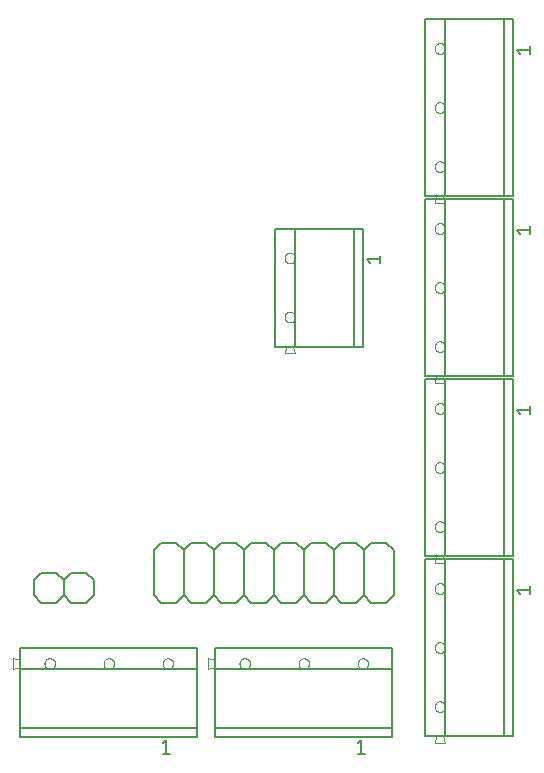
<source format=gto>
G75*
%MOIN*%
%OFA0B0*%
%FSLAX25Y25*%
%IPPOS*%
%LPD*%
%AMOC8*
5,1,8,0,0,1.08239X$1,22.5*
%
%ADD10C,0.00600*%
%ADD11C,0.00300*%
%ADD12C,0.00500*%
D10*
X0006472Y0008906D02*
X0006472Y0011819D01*
X0065528Y0011819D01*
X0065528Y0008906D01*
X0006472Y0008906D01*
X0006472Y0011819D02*
X0006472Y0031622D01*
X0065528Y0031622D01*
X0065528Y0011819D01*
X0071472Y0011819D02*
X0071472Y0008906D01*
X0130528Y0008906D01*
X0130528Y0011819D01*
X0071472Y0011819D01*
X0071472Y0031622D01*
X0130528Y0031622D01*
X0130528Y0011819D01*
X0141236Y0009142D02*
X0145193Y0009142D01*
X0147516Y0009142D01*
X0148047Y0009142D01*
X0148047Y0068197D01*
X0167850Y0068197D01*
X0167850Y0009142D01*
X0148047Y0009142D01*
X0141236Y0009142D02*
X0141236Y0068197D01*
X0148047Y0068197D01*
X0148047Y0069142D02*
X0148047Y0128197D01*
X0167850Y0128197D01*
X0167850Y0069142D01*
X0148047Y0069142D01*
X0147516Y0069142D01*
X0145193Y0069142D01*
X0141236Y0069142D01*
X0141236Y0128197D01*
X0148047Y0128197D01*
X0148047Y0129142D02*
X0148047Y0188197D01*
X0167850Y0188197D01*
X0167850Y0129142D01*
X0148047Y0129142D01*
X0147516Y0129142D01*
X0145193Y0129142D01*
X0141236Y0129142D01*
X0141236Y0188197D01*
X0148047Y0188197D01*
X0148047Y0189142D02*
X0148047Y0248197D01*
X0167850Y0248197D01*
X0167850Y0189142D01*
X0148047Y0189142D01*
X0147516Y0189142D01*
X0145193Y0189142D01*
X0141236Y0189142D01*
X0141236Y0248197D01*
X0148047Y0248197D01*
X0167850Y0248197D02*
X0170764Y0248197D01*
X0170764Y0189142D01*
X0167850Y0189142D01*
X0167850Y0188197D02*
X0170764Y0188197D01*
X0170764Y0129142D01*
X0167850Y0129142D01*
X0167850Y0128197D02*
X0170764Y0128197D01*
X0170764Y0069142D01*
X0167850Y0069142D01*
X0167850Y0068197D02*
X0170764Y0068197D01*
X0170764Y0009142D01*
X0167850Y0009142D01*
X0130528Y0031622D02*
X0130528Y0038433D01*
X0071472Y0038433D01*
X0071472Y0034476D01*
X0071472Y0032154D01*
X0071472Y0031622D01*
X0065528Y0031622D02*
X0065528Y0038433D01*
X0006472Y0038433D01*
X0006472Y0034476D01*
X0006472Y0032154D01*
X0006472Y0031622D01*
X0013500Y0053669D02*
X0018500Y0053669D01*
X0021000Y0056169D01*
X0023500Y0053669D01*
X0028500Y0053669D01*
X0031000Y0056169D01*
X0031000Y0061169D01*
X0028500Y0063669D01*
X0023500Y0063669D01*
X0021000Y0061169D01*
X0021000Y0056169D01*
X0021000Y0061169D02*
X0018500Y0063669D01*
X0013500Y0063669D01*
X0011000Y0061169D01*
X0011000Y0056169D01*
X0013500Y0053669D01*
X0051000Y0056169D02*
X0051000Y0071169D01*
X0053500Y0073669D01*
X0058500Y0073669D01*
X0061000Y0071169D01*
X0061000Y0056169D01*
X0063500Y0053669D01*
X0068500Y0053669D01*
X0071000Y0056169D01*
X0071000Y0071169D01*
X0073500Y0073669D01*
X0078500Y0073669D01*
X0081000Y0071169D01*
X0081000Y0056169D01*
X0083500Y0053669D01*
X0088500Y0053669D01*
X0091000Y0056169D01*
X0091000Y0071169D01*
X0093500Y0073669D01*
X0098500Y0073669D01*
X0101000Y0071169D01*
X0101000Y0056169D01*
X0103500Y0053669D01*
X0108500Y0053669D01*
X0111000Y0056169D01*
X0111000Y0071169D01*
X0113500Y0073669D01*
X0118500Y0073669D01*
X0121000Y0071169D01*
X0123500Y0073669D01*
X0128500Y0073669D01*
X0131000Y0071169D01*
X0131000Y0056169D01*
X0128500Y0053669D01*
X0123500Y0053669D01*
X0121000Y0056169D01*
X0121000Y0071169D01*
X0111000Y0071169D02*
X0108500Y0073669D01*
X0103500Y0073669D01*
X0101000Y0071169D01*
X0091000Y0071169D02*
X0088500Y0073669D01*
X0083500Y0073669D01*
X0081000Y0071169D01*
X0071000Y0071169D02*
X0068500Y0073669D01*
X0063500Y0073669D01*
X0061000Y0071169D01*
X0061000Y0056169D02*
X0058500Y0053669D01*
X0053500Y0053669D01*
X0051000Y0056169D01*
X0071000Y0056169D02*
X0073500Y0053669D01*
X0078500Y0053669D01*
X0081000Y0056169D01*
X0091000Y0056169D02*
X0093500Y0053669D01*
X0098500Y0053669D01*
X0101000Y0056169D01*
X0111000Y0056169D02*
X0113500Y0053669D01*
X0118500Y0053669D01*
X0121000Y0056169D01*
X0120764Y0138984D02*
X0117850Y0138984D01*
X0117850Y0178354D01*
X0120764Y0178354D01*
X0120764Y0138984D01*
X0117850Y0138984D02*
X0098047Y0138984D01*
X0098047Y0178354D01*
X0117850Y0178354D01*
X0098047Y0178354D02*
X0091236Y0178354D01*
X0091236Y0138984D01*
X0095193Y0138984D01*
X0097516Y0138984D01*
X0098047Y0138984D01*
D11*
X0097516Y0138984D02*
X0098126Y0136701D01*
X0094583Y0136701D01*
X0095193Y0138984D01*
X0094582Y0148827D02*
X0094584Y0148911D01*
X0094590Y0148994D01*
X0094600Y0149077D01*
X0094614Y0149160D01*
X0094631Y0149242D01*
X0094653Y0149323D01*
X0094678Y0149402D01*
X0094707Y0149481D01*
X0094740Y0149558D01*
X0094776Y0149633D01*
X0094816Y0149707D01*
X0094859Y0149779D01*
X0094906Y0149848D01*
X0094956Y0149915D01*
X0095009Y0149980D01*
X0095065Y0150042D01*
X0095123Y0150102D01*
X0095185Y0150159D01*
X0095249Y0150212D01*
X0095316Y0150263D01*
X0095385Y0150310D01*
X0095456Y0150355D01*
X0095529Y0150395D01*
X0095604Y0150432D01*
X0095681Y0150466D01*
X0095759Y0150496D01*
X0095838Y0150522D01*
X0095919Y0150545D01*
X0096001Y0150563D01*
X0096083Y0150578D01*
X0096166Y0150589D01*
X0096249Y0150596D01*
X0096333Y0150599D01*
X0096417Y0150598D01*
X0096500Y0150593D01*
X0096584Y0150584D01*
X0096666Y0150571D01*
X0096748Y0150555D01*
X0096829Y0150534D01*
X0096910Y0150510D01*
X0096988Y0150482D01*
X0097066Y0150450D01*
X0097142Y0150414D01*
X0097216Y0150375D01*
X0097288Y0150333D01*
X0097358Y0150287D01*
X0097426Y0150238D01*
X0097491Y0150186D01*
X0097554Y0150131D01*
X0097614Y0150073D01*
X0097672Y0150012D01*
X0097726Y0149948D01*
X0097778Y0149882D01*
X0097826Y0149814D01*
X0097871Y0149743D01*
X0097912Y0149670D01*
X0097951Y0149596D01*
X0097985Y0149520D01*
X0098016Y0149442D01*
X0098043Y0149363D01*
X0098067Y0149282D01*
X0098086Y0149201D01*
X0098102Y0149119D01*
X0098114Y0149036D01*
X0098122Y0148952D01*
X0098126Y0148869D01*
X0098126Y0148785D01*
X0098122Y0148702D01*
X0098114Y0148618D01*
X0098102Y0148535D01*
X0098086Y0148453D01*
X0098067Y0148372D01*
X0098043Y0148291D01*
X0098016Y0148212D01*
X0097985Y0148134D01*
X0097951Y0148058D01*
X0097912Y0147984D01*
X0097871Y0147911D01*
X0097826Y0147840D01*
X0097778Y0147772D01*
X0097726Y0147706D01*
X0097672Y0147642D01*
X0097614Y0147581D01*
X0097554Y0147523D01*
X0097491Y0147468D01*
X0097426Y0147416D01*
X0097358Y0147367D01*
X0097288Y0147321D01*
X0097216Y0147279D01*
X0097142Y0147240D01*
X0097066Y0147204D01*
X0096988Y0147172D01*
X0096910Y0147144D01*
X0096829Y0147120D01*
X0096748Y0147099D01*
X0096666Y0147083D01*
X0096584Y0147070D01*
X0096500Y0147061D01*
X0096417Y0147056D01*
X0096333Y0147055D01*
X0096249Y0147058D01*
X0096166Y0147065D01*
X0096083Y0147076D01*
X0096001Y0147091D01*
X0095919Y0147109D01*
X0095838Y0147132D01*
X0095759Y0147158D01*
X0095681Y0147188D01*
X0095604Y0147222D01*
X0095529Y0147259D01*
X0095456Y0147299D01*
X0095385Y0147344D01*
X0095316Y0147391D01*
X0095249Y0147442D01*
X0095185Y0147495D01*
X0095123Y0147552D01*
X0095065Y0147612D01*
X0095009Y0147674D01*
X0094956Y0147739D01*
X0094906Y0147806D01*
X0094859Y0147875D01*
X0094816Y0147947D01*
X0094776Y0148021D01*
X0094740Y0148096D01*
X0094707Y0148173D01*
X0094678Y0148252D01*
X0094653Y0148331D01*
X0094631Y0148412D01*
X0094614Y0148494D01*
X0094600Y0148577D01*
X0094590Y0148660D01*
X0094584Y0148743D01*
X0094582Y0148827D01*
X0094582Y0168512D02*
X0094584Y0168596D01*
X0094590Y0168679D01*
X0094600Y0168762D01*
X0094614Y0168845D01*
X0094631Y0168927D01*
X0094653Y0169008D01*
X0094678Y0169087D01*
X0094707Y0169166D01*
X0094740Y0169243D01*
X0094776Y0169318D01*
X0094816Y0169392D01*
X0094859Y0169464D01*
X0094906Y0169533D01*
X0094956Y0169600D01*
X0095009Y0169665D01*
X0095065Y0169727D01*
X0095123Y0169787D01*
X0095185Y0169844D01*
X0095249Y0169897D01*
X0095316Y0169948D01*
X0095385Y0169995D01*
X0095456Y0170040D01*
X0095529Y0170080D01*
X0095604Y0170117D01*
X0095681Y0170151D01*
X0095759Y0170181D01*
X0095838Y0170207D01*
X0095919Y0170230D01*
X0096001Y0170248D01*
X0096083Y0170263D01*
X0096166Y0170274D01*
X0096249Y0170281D01*
X0096333Y0170284D01*
X0096417Y0170283D01*
X0096500Y0170278D01*
X0096584Y0170269D01*
X0096666Y0170256D01*
X0096748Y0170240D01*
X0096829Y0170219D01*
X0096910Y0170195D01*
X0096988Y0170167D01*
X0097066Y0170135D01*
X0097142Y0170099D01*
X0097216Y0170060D01*
X0097288Y0170018D01*
X0097358Y0169972D01*
X0097426Y0169923D01*
X0097491Y0169871D01*
X0097554Y0169816D01*
X0097614Y0169758D01*
X0097672Y0169697D01*
X0097726Y0169633D01*
X0097778Y0169567D01*
X0097826Y0169499D01*
X0097871Y0169428D01*
X0097912Y0169355D01*
X0097951Y0169281D01*
X0097985Y0169205D01*
X0098016Y0169127D01*
X0098043Y0169048D01*
X0098067Y0168967D01*
X0098086Y0168886D01*
X0098102Y0168804D01*
X0098114Y0168721D01*
X0098122Y0168637D01*
X0098126Y0168554D01*
X0098126Y0168470D01*
X0098122Y0168387D01*
X0098114Y0168303D01*
X0098102Y0168220D01*
X0098086Y0168138D01*
X0098067Y0168057D01*
X0098043Y0167976D01*
X0098016Y0167897D01*
X0097985Y0167819D01*
X0097951Y0167743D01*
X0097912Y0167669D01*
X0097871Y0167596D01*
X0097826Y0167525D01*
X0097778Y0167457D01*
X0097726Y0167391D01*
X0097672Y0167327D01*
X0097614Y0167266D01*
X0097554Y0167208D01*
X0097491Y0167153D01*
X0097426Y0167101D01*
X0097358Y0167052D01*
X0097288Y0167006D01*
X0097216Y0166964D01*
X0097142Y0166925D01*
X0097066Y0166889D01*
X0096988Y0166857D01*
X0096910Y0166829D01*
X0096829Y0166805D01*
X0096748Y0166784D01*
X0096666Y0166768D01*
X0096584Y0166755D01*
X0096500Y0166746D01*
X0096417Y0166741D01*
X0096333Y0166740D01*
X0096249Y0166743D01*
X0096166Y0166750D01*
X0096083Y0166761D01*
X0096001Y0166776D01*
X0095919Y0166794D01*
X0095838Y0166817D01*
X0095759Y0166843D01*
X0095681Y0166873D01*
X0095604Y0166907D01*
X0095529Y0166944D01*
X0095456Y0166984D01*
X0095385Y0167029D01*
X0095316Y0167076D01*
X0095249Y0167127D01*
X0095185Y0167180D01*
X0095123Y0167237D01*
X0095065Y0167297D01*
X0095009Y0167359D01*
X0094956Y0167424D01*
X0094906Y0167491D01*
X0094859Y0167560D01*
X0094816Y0167632D01*
X0094776Y0167706D01*
X0094740Y0167781D01*
X0094707Y0167858D01*
X0094678Y0167937D01*
X0094653Y0168016D01*
X0094631Y0168097D01*
X0094614Y0168179D01*
X0094600Y0168262D01*
X0094590Y0168345D01*
X0094584Y0168428D01*
X0094582Y0168512D01*
X0144583Y0186858D02*
X0148126Y0186858D01*
X0147516Y0189142D01*
X0145193Y0189142D02*
X0144583Y0186858D01*
X0144582Y0178354D02*
X0144584Y0178438D01*
X0144590Y0178521D01*
X0144600Y0178604D01*
X0144614Y0178687D01*
X0144631Y0178769D01*
X0144653Y0178850D01*
X0144678Y0178929D01*
X0144707Y0179008D01*
X0144740Y0179085D01*
X0144776Y0179160D01*
X0144816Y0179234D01*
X0144859Y0179306D01*
X0144906Y0179375D01*
X0144956Y0179442D01*
X0145009Y0179507D01*
X0145065Y0179569D01*
X0145123Y0179629D01*
X0145185Y0179686D01*
X0145249Y0179739D01*
X0145316Y0179790D01*
X0145385Y0179837D01*
X0145456Y0179882D01*
X0145529Y0179922D01*
X0145604Y0179959D01*
X0145681Y0179993D01*
X0145759Y0180023D01*
X0145838Y0180049D01*
X0145919Y0180072D01*
X0146001Y0180090D01*
X0146083Y0180105D01*
X0146166Y0180116D01*
X0146249Y0180123D01*
X0146333Y0180126D01*
X0146417Y0180125D01*
X0146500Y0180120D01*
X0146584Y0180111D01*
X0146666Y0180098D01*
X0146748Y0180082D01*
X0146829Y0180061D01*
X0146910Y0180037D01*
X0146988Y0180009D01*
X0147066Y0179977D01*
X0147142Y0179941D01*
X0147216Y0179902D01*
X0147288Y0179860D01*
X0147358Y0179814D01*
X0147426Y0179765D01*
X0147491Y0179713D01*
X0147554Y0179658D01*
X0147614Y0179600D01*
X0147672Y0179539D01*
X0147726Y0179475D01*
X0147778Y0179409D01*
X0147826Y0179341D01*
X0147871Y0179270D01*
X0147912Y0179197D01*
X0147951Y0179123D01*
X0147985Y0179047D01*
X0148016Y0178969D01*
X0148043Y0178890D01*
X0148067Y0178809D01*
X0148086Y0178728D01*
X0148102Y0178646D01*
X0148114Y0178563D01*
X0148122Y0178479D01*
X0148126Y0178396D01*
X0148126Y0178312D01*
X0148122Y0178229D01*
X0148114Y0178145D01*
X0148102Y0178062D01*
X0148086Y0177980D01*
X0148067Y0177899D01*
X0148043Y0177818D01*
X0148016Y0177739D01*
X0147985Y0177661D01*
X0147951Y0177585D01*
X0147912Y0177511D01*
X0147871Y0177438D01*
X0147826Y0177367D01*
X0147778Y0177299D01*
X0147726Y0177233D01*
X0147672Y0177169D01*
X0147614Y0177108D01*
X0147554Y0177050D01*
X0147491Y0176995D01*
X0147426Y0176943D01*
X0147358Y0176894D01*
X0147288Y0176848D01*
X0147216Y0176806D01*
X0147142Y0176767D01*
X0147066Y0176731D01*
X0146988Y0176699D01*
X0146910Y0176671D01*
X0146829Y0176647D01*
X0146748Y0176626D01*
X0146666Y0176610D01*
X0146584Y0176597D01*
X0146500Y0176588D01*
X0146417Y0176583D01*
X0146333Y0176582D01*
X0146249Y0176585D01*
X0146166Y0176592D01*
X0146083Y0176603D01*
X0146001Y0176618D01*
X0145919Y0176636D01*
X0145838Y0176659D01*
X0145759Y0176685D01*
X0145681Y0176715D01*
X0145604Y0176749D01*
X0145529Y0176786D01*
X0145456Y0176826D01*
X0145385Y0176871D01*
X0145316Y0176918D01*
X0145249Y0176969D01*
X0145185Y0177022D01*
X0145123Y0177079D01*
X0145065Y0177139D01*
X0145009Y0177201D01*
X0144956Y0177266D01*
X0144906Y0177333D01*
X0144859Y0177402D01*
X0144816Y0177474D01*
X0144776Y0177548D01*
X0144740Y0177623D01*
X0144707Y0177700D01*
X0144678Y0177779D01*
X0144653Y0177858D01*
X0144631Y0177939D01*
X0144614Y0178021D01*
X0144600Y0178104D01*
X0144590Y0178187D01*
X0144584Y0178270D01*
X0144582Y0178354D01*
X0144582Y0158669D02*
X0144584Y0158753D01*
X0144590Y0158836D01*
X0144600Y0158919D01*
X0144614Y0159002D01*
X0144631Y0159084D01*
X0144653Y0159165D01*
X0144678Y0159244D01*
X0144707Y0159323D01*
X0144740Y0159400D01*
X0144776Y0159475D01*
X0144816Y0159549D01*
X0144859Y0159621D01*
X0144906Y0159690D01*
X0144956Y0159757D01*
X0145009Y0159822D01*
X0145065Y0159884D01*
X0145123Y0159944D01*
X0145185Y0160001D01*
X0145249Y0160054D01*
X0145316Y0160105D01*
X0145385Y0160152D01*
X0145456Y0160197D01*
X0145529Y0160237D01*
X0145604Y0160274D01*
X0145681Y0160308D01*
X0145759Y0160338D01*
X0145838Y0160364D01*
X0145919Y0160387D01*
X0146001Y0160405D01*
X0146083Y0160420D01*
X0146166Y0160431D01*
X0146249Y0160438D01*
X0146333Y0160441D01*
X0146417Y0160440D01*
X0146500Y0160435D01*
X0146584Y0160426D01*
X0146666Y0160413D01*
X0146748Y0160397D01*
X0146829Y0160376D01*
X0146910Y0160352D01*
X0146988Y0160324D01*
X0147066Y0160292D01*
X0147142Y0160256D01*
X0147216Y0160217D01*
X0147288Y0160175D01*
X0147358Y0160129D01*
X0147426Y0160080D01*
X0147491Y0160028D01*
X0147554Y0159973D01*
X0147614Y0159915D01*
X0147672Y0159854D01*
X0147726Y0159790D01*
X0147778Y0159724D01*
X0147826Y0159656D01*
X0147871Y0159585D01*
X0147912Y0159512D01*
X0147951Y0159438D01*
X0147985Y0159362D01*
X0148016Y0159284D01*
X0148043Y0159205D01*
X0148067Y0159124D01*
X0148086Y0159043D01*
X0148102Y0158961D01*
X0148114Y0158878D01*
X0148122Y0158794D01*
X0148126Y0158711D01*
X0148126Y0158627D01*
X0148122Y0158544D01*
X0148114Y0158460D01*
X0148102Y0158377D01*
X0148086Y0158295D01*
X0148067Y0158214D01*
X0148043Y0158133D01*
X0148016Y0158054D01*
X0147985Y0157976D01*
X0147951Y0157900D01*
X0147912Y0157826D01*
X0147871Y0157753D01*
X0147826Y0157682D01*
X0147778Y0157614D01*
X0147726Y0157548D01*
X0147672Y0157484D01*
X0147614Y0157423D01*
X0147554Y0157365D01*
X0147491Y0157310D01*
X0147426Y0157258D01*
X0147358Y0157209D01*
X0147288Y0157163D01*
X0147216Y0157121D01*
X0147142Y0157082D01*
X0147066Y0157046D01*
X0146988Y0157014D01*
X0146910Y0156986D01*
X0146829Y0156962D01*
X0146748Y0156941D01*
X0146666Y0156925D01*
X0146584Y0156912D01*
X0146500Y0156903D01*
X0146417Y0156898D01*
X0146333Y0156897D01*
X0146249Y0156900D01*
X0146166Y0156907D01*
X0146083Y0156918D01*
X0146001Y0156933D01*
X0145919Y0156951D01*
X0145838Y0156974D01*
X0145759Y0157000D01*
X0145681Y0157030D01*
X0145604Y0157064D01*
X0145529Y0157101D01*
X0145456Y0157141D01*
X0145385Y0157186D01*
X0145316Y0157233D01*
X0145249Y0157284D01*
X0145185Y0157337D01*
X0145123Y0157394D01*
X0145065Y0157454D01*
X0145009Y0157516D01*
X0144956Y0157581D01*
X0144906Y0157648D01*
X0144859Y0157717D01*
X0144816Y0157789D01*
X0144776Y0157863D01*
X0144740Y0157938D01*
X0144707Y0158015D01*
X0144678Y0158094D01*
X0144653Y0158173D01*
X0144631Y0158254D01*
X0144614Y0158336D01*
X0144600Y0158419D01*
X0144590Y0158502D01*
X0144584Y0158585D01*
X0144582Y0158669D01*
X0144582Y0138984D02*
X0144584Y0139068D01*
X0144590Y0139151D01*
X0144600Y0139234D01*
X0144614Y0139317D01*
X0144631Y0139399D01*
X0144653Y0139480D01*
X0144678Y0139559D01*
X0144707Y0139638D01*
X0144740Y0139715D01*
X0144776Y0139790D01*
X0144816Y0139864D01*
X0144859Y0139936D01*
X0144906Y0140005D01*
X0144956Y0140072D01*
X0145009Y0140137D01*
X0145065Y0140199D01*
X0145123Y0140259D01*
X0145185Y0140316D01*
X0145249Y0140369D01*
X0145316Y0140420D01*
X0145385Y0140467D01*
X0145456Y0140512D01*
X0145529Y0140552D01*
X0145604Y0140589D01*
X0145681Y0140623D01*
X0145759Y0140653D01*
X0145838Y0140679D01*
X0145919Y0140702D01*
X0146001Y0140720D01*
X0146083Y0140735D01*
X0146166Y0140746D01*
X0146249Y0140753D01*
X0146333Y0140756D01*
X0146417Y0140755D01*
X0146500Y0140750D01*
X0146584Y0140741D01*
X0146666Y0140728D01*
X0146748Y0140712D01*
X0146829Y0140691D01*
X0146910Y0140667D01*
X0146988Y0140639D01*
X0147066Y0140607D01*
X0147142Y0140571D01*
X0147216Y0140532D01*
X0147288Y0140490D01*
X0147358Y0140444D01*
X0147426Y0140395D01*
X0147491Y0140343D01*
X0147554Y0140288D01*
X0147614Y0140230D01*
X0147672Y0140169D01*
X0147726Y0140105D01*
X0147778Y0140039D01*
X0147826Y0139971D01*
X0147871Y0139900D01*
X0147912Y0139827D01*
X0147951Y0139753D01*
X0147985Y0139677D01*
X0148016Y0139599D01*
X0148043Y0139520D01*
X0148067Y0139439D01*
X0148086Y0139358D01*
X0148102Y0139276D01*
X0148114Y0139193D01*
X0148122Y0139109D01*
X0148126Y0139026D01*
X0148126Y0138942D01*
X0148122Y0138859D01*
X0148114Y0138775D01*
X0148102Y0138692D01*
X0148086Y0138610D01*
X0148067Y0138529D01*
X0148043Y0138448D01*
X0148016Y0138369D01*
X0147985Y0138291D01*
X0147951Y0138215D01*
X0147912Y0138141D01*
X0147871Y0138068D01*
X0147826Y0137997D01*
X0147778Y0137929D01*
X0147726Y0137863D01*
X0147672Y0137799D01*
X0147614Y0137738D01*
X0147554Y0137680D01*
X0147491Y0137625D01*
X0147426Y0137573D01*
X0147358Y0137524D01*
X0147288Y0137478D01*
X0147216Y0137436D01*
X0147142Y0137397D01*
X0147066Y0137361D01*
X0146988Y0137329D01*
X0146910Y0137301D01*
X0146829Y0137277D01*
X0146748Y0137256D01*
X0146666Y0137240D01*
X0146584Y0137227D01*
X0146500Y0137218D01*
X0146417Y0137213D01*
X0146333Y0137212D01*
X0146249Y0137215D01*
X0146166Y0137222D01*
X0146083Y0137233D01*
X0146001Y0137248D01*
X0145919Y0137266D01*
X0145838Y0137289D01*
X0145759Y0137315D01*
X0145681Y0137345D01*
X0145604Y0137379D01*
X0145529Y0137416D01*
X0145456Y0137456D01*
X0145385Y0137501D01*
X0145316Y0137548D01*
X0145249Y0137599D01*
X0145185Y0137652D01*
X0145123Y0137709D01*
X0145065Y0137769D01*
X0145009Y0137831D01*
X0144956Y0137896D01*
X0144906Y0137963D01*
X0144859Y0138032D01*
X0144816Y0138104D01*
X0144776Y0138178D01*
X0144740Y0138253D01*
X0144707Y0138330D01*
X0144678Y0138409D01*
X0144653Y0138488D01*
X0144631Y0138569D01*
X0144614Y0138651D01*
X0144600Y0138734D01*
X0144590Y0138817D01*
X0144584Y0138900D01*
X0144582Y0138984D01*
X0145193Y0129142D02*
X0144583Y0126858D01*
X0148126Y0126858D01*
X0147516Y0129142D01*
X0144582Y0118354D02*
X0144584Y0118438D01*
X0144590Y0118521D01*
X0144600Y0118604D01*
X0144614Y0118687D01*
X0144631Y0118769D01*
X0144653Y0118850D01*
X0144678Y0118929D01*
X0144707Y0119008D01*
X0144740Y0119085D01*
X0144776Y0119160D01*
X0144816Y0119234D01*
X0144859Y0119306D01*
X0144906Y0119375D01*
X0144956Y0119442D01*
X0145009Y0119507D01*
X0145065Y0119569D01*
X0145123Y0119629D01*
X0145185Y0119686D01*
X0145249Y0119739D01*
X0145316Y0119790D01*
X0145385Y0119837D01*
X0145456Y0119882D01*
X0145529Y0119922D01*
X0145604Y0119959D01*
X0145681Y0119993D01*
X0145759Y0120023D01*
X0145838Y0120049D01*
X0145919Y0120072D01*
X0146001Y0120090D01*
X0146083Y0120105D01*
X0146166Y0120116D01*
X0146249Y0120123D01*
X0146333Y0120126D01*
X0146417Y0120125D01*
X0146500Y0120120D01*
X0146584Y0120111D01*
X0146666Y0120098D01*
X0146748Y0120082D01*
X0146829Y0120061D01*
X0146910Y0120037D01*
X0146988Y0120009D01*
X0147066Y0119977D01*
X0147142Y0119941D01*
X0147216Y0119902D01*
X0147288Y0119860D01*
X0147358Y0119814D01*
X0147426Y0119765D01*
X0147491Y0119713D01*
X0147554Y0119658D01*
X0147614Y0119600D01*
X0147672Y0119539D01*
X0147726Y0119475D01*
X0147778Y0119409D01*
X0147826Y0119341D01*
X0147871Y0119270D01*
X0147912Y0119197D01*
X0147951Y0119123D01*
X0147985Y0119047D01*
X0148016Y0118969D01*
X0148043Y0118890D01*
X0148067Y0118809D01*
X0148086Y0118728D01*
X0148102Y0118646D01*
X0148114Y0118563D01*
X0148122Y0118479D01*
X0148126Y0118396D01*
X0148126Y0118312D01*
X0148122Y0118229D01*
X0148114Y0118145D01*
X0148102Y0118062D01*
X0148086Y0117980D01*
X0148067Y0117899D01*
X0148043Y0117818D01*
X0148016Y0117739D01*
X0147985Y0117661D01*
X0147951Y0117585D01*
X0147912Y0117511D01*
X0147871Y0117438D01*
X0147826Y0117367D01*
X0147778Y0117299D01*
X0147726Y0117233D01*
X0147672Y0117169D01*
X0147614Y0117108D01*
X0147554Y0117050D01*
X0147491Y0116995D01*
X0147426Y0116943D01*
X0147358Y0116894D01*
X0147288Y0116848D01*
X0147216Y0116806D01*
X0147142Y0116767D01*
X0147066Y0116731D01*
X0146988Y0116699D01*
X0146910Y0116671D01*
X0146829Y0116647D01*
X0146748Y0116626D01*
X0146666Y0116610D01*
X0146584Y0116597D01*
X0146500Y0116588D01*
X0146417Y0116583D01*
X0146333Y0116582D01*
X0146249Y0116585D01*
X0146166Y0116592D01*
X0146083Y0116603D01*
X0146001Y0116618D01*
X0145919Y0116636D01*
X0145838Y0116659D01*
X0145759Y0116685D01*
X0145681Y0116715D01*
X0145604Y0116749D01*
X0145529Y0116786D01*
X0145456Y0116826D01*
X0145385Y0116871D01*
X0145316Y0116918D01*
X0145249Y0116969D01*
X0145185Y0117022D01*
X0145123Y0117079D01*
X0145065Y0117139D01*
X0145009Y0117201D01*
X0144956Y0117266D01*
X0144906Y0117333D01*
X0144859Y0117402D01*
X0144816Y0117474D01*
X0144776Y0117548D01*
X0144740Y0117623D01*
X0144707Y0117700D01*
X0144678Y0117779D01*
X0144653Y0117858D01*
X0144631Y0117939D01*
X0144614Y0118021D01*
X0144600Y0118104D01*
X0144590Y0118187D01*
X0144584Y0118270D01*
X0144582Y0118354D01*
X0144582Y0098669D02*
X0144584Y0098753D01*
X0144590Y0098836D01*
X0144600Y0098919D01*
X0144614Y0099002D01*
X0144631Y0099084D01*
X0144653Y0099165D01*
X0144678Y0099244D01*
X0144707Y0099323D01*
X0144740Y0099400D01*
X0144776Y0099475D01*
X0144816Y0099549D01*
X0144859Y0099621D01*
X0144906Y0099690D01*
X0144956Y0099757D01*
X0145009Y0099822D01*
X0145065Y0099884D01*
X0145123Y0099944D01*
X0145185Y0100001D01*
X0145249Y0100054D01*
X0145316Y0100105D01*
X0145385Y0100152D01*
X0145456Y0100197D01*
X0145529Y0100237D01*
X0145604Y0100274D01*
X0145681Y0100308D01*
X0145759Y0100338D01*
X0145838Y0100364D01*
X0145919Y0100387D01*
X0146001Y0100405D01*
X0146083Y0100420D01*
X0146166Y0100431D01*
X0146249Y0100438D01*
X0146333Y0100441D01*
X0146417Y0100440D01*
X0146500Y0100435D01*
X0146584Y0100426D01*
X0146666Y0100413D01*
X0146748Y0100397D01*
X0146829Y0100376D01*
X0146910Y0100352D01*
X0146988Y0100324D01*
X0147066Y0100292D01*
X0147142Y0100256D01*
X0147216Y0100217D01*
X0147288Y0100175D01*
X0147358Y0100129D01*
X0147426Y0100080D01*
X0147491Y0100028D01*
X0147554Y0099973D01*
X0147614Y0099915D01*
X0147672Y0099854D01*
X0147726Y0099790D01*
X0147778Y0099724D01*
X0147826Y0099656D01*
X0147871Y0099585D01*
X0147912Y0099512D01*
X0147951Y0099438D01*
X0147985Y0099362D01*
X0148016Y0099284D01*
X0148043Y0099205D01*
X0148067Y0099124D01*
X0148086Y0099043D01*
X0148102Y0098961D01*
X0148114Y0098878D01*
X0148122Y0098794D01*
X0148126Y0098711D01*
X0148126Y0098627D01*
X0148122Y0098544D01*
X0148114Y0098460D01*
X0148102Y0098377D01*
X0148086Y0098295D01*
X0148067Y0098214D01*
X0148043Y0098133D01*
X0148016Y0098054D01*
X0147985Y0097976D01*
X0147951Y0097900D01*
X0147912Y0097826D01*
X0147871Y0097753D01*
X0147826Y0097682D01*
X0147778Y0097614D01*
X0147726Y0097548D01*
X0147672Y0097484D01*
X0147614Y0097423D01*
X0147554Y0097365D01*
X0147491Y0097310D01*
X0147426Y0097258D01*
X0147358Y0097209D01*
X0147288Y0097163D01*
X0147216Y0097121D01*
X0147142Y0097082D01*
X0147066Y0097046D01*
X0146988Y0097014D01*
X0146910Y0096986D01*
X0146829Y0096962D01*
X0146748Y0096941D01*
X0146666Y0096925D01*
X0146584Y0096912D01*
X0146500Y0096903D01*
X0146417Y0096898D01*
X0146333Y0096897D01*
X0146249Y0096900D01*
X0146166Y0096907D01*
X0146083Y0096918D01*
X0146001Y0096933D01*
X0145919Y0096951D01*
X0145838Y0096974D01*
X0145759Y0097000D01*
X0145681Y0097030D01*
X0145604Y0097064D01*
X0145529Y0097101D01*
X0145456Y0097141D01*
X0145385Y0097186D01*
X0145316Y0097233D01*
X0145249Y0097284D01*
X0145185Y0097337D01*
X0145123Y0097394D01*
X0145065Y0097454D01*
X0145009Y0097516D01*
X0144956Y0097581D01*
X0144906Y0097648D01*
X0144859Y0097717D01*
X0144816Y0097789D01*
X0144776Y0097863D01*
X0144740Y0097938D01*
X0144707Y0098015D01*
X0144678Y0098094D01*
X0144653Y0098173D01*
X0144631Y0098254D01*
X0144614Y0098336D01*
X0144600Y0098419D01*
X0144590Y0098502D01*
X0144584Y0098585D01*
X0144582Y0098669D01*
X0144582Y0078984D02*
X0144584Y0079068D01*
X0144590Y0079151D01*
X0144600Y0079234D01*
X0144614Y0079317D01*
X0144631Y0079399D01*
X0144653Y0079480D01*
X0144678Y0079559D01*
X0144707Y0079638D01*
X0144740Y0079715D01*
X0144776Y0079790D01*
X0144816Y0079864D01*
X0144859Y0079936D01*
X0144906Y0080005D01*
X0144956Y0080072D01*
X0145009Y0080137D01*
X0145065Y0080199D01*
X0145123Y0080259D01*
X0145185Y0080316D01*
X0145249Y0080369D01*
X0145316Y0080420D01*
X0145385Y0080467D01*
X0145456Y0080512D01*
X0145529Y0080552D01*
X0145604Y0080589D01*
X0145681Y0080623D01*
X0145759Y0080653D01*
X0145838Y0080679D01*
X0145919Y0080702D01*
X0146001Y0080720D01*
X0146083Y0080735D01*
X0146166Y0080746D01*
X0146249Y0080753D01*
X0146333Y0080756D01*
X0146417Y0080755D01*
X0146500Y0080750D01*
X0146584Y0080741D01*
X0146666Y0080728D01*
X0146748Y0080712D01*
X0146829Y0080691D01*
X0146910Y0080667D01*
X0146988Y0080639D01*
X0147066Y0080607D01*
X0147142Y0080571D01*
X0147216Y0080532D01*
X0147288Y0080490D01*
X0147358Y0080444D01*
X0147426Y0080395D01*
X0147491Y0080343D01*
X0147554Y0080288D01*
X0147614Y0080230D01*
X0147672Y0080169D01*
X0147726Y0080105D01*
X0147778Y0080039D01*
X0147826Y0079971D01*
X0147871Y0079900D01*
X0147912Y0079827D01*
X0147951Y0079753D01*
X0147985Y0079677D01*
X0148016Y0079599D01*
X0148043Y0079520D01*
X0148067Y0079439D01*
X0148086Y0079358D01*
X0148102Y0079276D01*
X0148114Y0079193D01*
X0148122Y0079109D01*
X0148126Y0079026D01*
X0148126Y0078942D01*
X0148122Y0078859D01*
X0148114Y0078775D01*
X0148102Y0078692D01*
X0148086Y0078610D01*
X0148067Y0078529D01*
X0148043Y0078448D01*
X0148016Y0078369D01*
X0147985Y0078291D01*
X0147951Y0078215D01*
X0147912Y0078141D01*
X0147871Y0078068D01*
X0147826Y0077997D01*
X0147778Y0077929D01*
X0147726Y0077863D01*
X0147672Y0077799D01*
X0147614Y0077738D01*
X0147554Y0077680D01*
X0147491Y0077625D01*
X0147426Y0077573D01*
X0147358Y0077524D01*
X0147288Y0077478D01*
X0147216Y0077436D01*
X0147142Y0077397D01*
X0147066Y0077361D01*
X0146988Y0077329D01*
X0146910Y0077301D01*
X0146829Y0077277D01*
X0146748Y0077256D01*
X0146666Y0077240D01*
X0146584Y0077227D01*
X0146500Y0077218D01*
X0146417Y0077213D01*
X0146333Y0077212D01*
X0146249Y0077215D01*
X0146166Y0077222D01*
X0146083Y0077233D01*
X0146001Y0077248D01*
X0145919Y0077266D01*
X0145838Y0077289D01*
X0145759Y0077315D01*
X0145681Y0077345D01*
X0145604Y0077379D01*
X0145529Y0077416D01*
X0145456Y0077456D01*
X0145385Y0077501D01*
X0145316Y0077548D01*
X0145249Y0077599D01*
X0145185Y0077652D01*
X0145123Y0077709D01*
X0145065Y0077769D01*
X0145009Y0077831D01*
X0144956Y0077896D01*
X0144906Y0077963D01*
X0144859Y0078032D01*
X0144816Y0078104D01*
X0144776Y0078178D01*
X0144740Y0078253D01*
X0144707Y0078330D01*
X0144678Y0078409D01*
X0144653Y0078488D01*
X0144631Y0078569D01*
X0144614Y0078651D01*
X0144600Y0078734D01*
X0144590Y0078817D01*
X0144584Y0078900D01*
X0144582Y0078984D01*
X0145193Y0069142D02*
X0144583Y0066858D01*
X0148126Y0066858D01*
X0147516Y0069142D01*
X0144582Y0058354D02*
X0144584Y0058438D01*
X0144590Y0058521D01*
X0144600Y0058604D01*
X0144614Y0058687D01*
X0144631Y0058769D01*
X0144653Y0058850D01*
X0144678Y0058929D01*
X0144707Y0059008D01*
X0144740Y0059085D01*
X0144776Y0059160D01*
X0144816Y0059234D01*
X0144859Y0059306D01*
X0144906Y0059375D01*
X0144956Y0059442D01*
X0145009Y0059507D01*
X0145065Y0059569D01*
X0145123Y0059629D01*
X0145185Y0059686D01*
X0145249Y0059739D01*
X0145316Y0059790D01*
X0145385Y0059837D01*
X0145456Y0059882D01*
X0145529Y0059922D01*
X0145604Y0059959D01*
X0145681Y0059993D01*
X0145759Y0060023D01*
X0145838Y0060049D01*
X0145919Y0060072D01*
X0146001Y0060090D01*
X0146083Y0060105D01*
X0146166Y0060116D01*
X0146249Y0060123D01*
X0146333Y0060126D01*
X0146417Y0060125D01*
X0146500Y0060120D01*
X0146584Y0060111D01*
X0146666Y0060098D01*
X0146748Y0060082D01*
X0146829Y0060061D01*
X0146910Y0060037D01*
X0146988Y0060009D01*
X0147066Y0059977D01*
X0147142Y0059941D01*
X0147216Y0059902D01*
X0147288Y0059860D01*
X0147358Y0059814D01*
X0147426Y0059765D01*
X0147491Y0059713D01*
X0147554Y0059658D01*
X0147614Y0059600D01*
X0147672Y0059539D01*
X0147726Y0059475D01*
X0147778Y0059409D01*
X0147826Y0059341D01*
X0147871Y0059270D01*
X0147912Y0059197D01*
X0147951Y0059123D01*
X0147985Y0059047D01*
X0148016Y0058969D01*
X0148043Y0058890D01*
X0148067Y0058809D01*
X0148086Y0058728D01*
X0148102Y0058646D01*
X0148114Y0058563D01*
X0148122Y0058479D01*
X0148126Y0058396D01*
X0148126Y0058312D01*
X0148122Y0058229D01*
X0148114Y0058145D01*
X0148102Y0058062D01*
X0148086Y0057980D01*
X0148067Y0057899D01*
X0148043Y0057818D01*
X0148016Y0057739D01*
X0147985Y0057661D01*
X0147951Y0057585D01*
X0147912Y0057511D01*
X0147871Y0057438D01*
X0147826Y0057367D01*
X0147778Y0057299D01*
X0147726Y0057233D01*
X0147672Y0057169D01*
X0147614Y0057108D01*
X0147554Y0057050D01*
X0147491Y0056995D01*
X0147426Y0056943D01*
X0147358Y0056894D01*
X0147288Y0056848D01*
X0147216Y0056806D01*
X0147142Y0056767D01*
X0147066Y0056731D01*
X0146988Y0056699D01*
X0146910Y0056671D01*
X0146829Y0056647D01*
X0146748Y0056626D01*
X0146666Y0056610D01*
X0146584Y0056597D01*
X0146500Y0056588D01*
X0146417Y0056583D01*
X0146333Y0056582D01*
X0146249Y0056585D01*
X0146166Y0056592D01*
X0146083Y0056603D01*
X0146001Y0056618D01*
X0145919Y0056636D01*
X0145838Y0056659D01*
X0145759Y0056685D01*
X0145681Y0056715D01*
X0145604Y0056749D01*
X0145529Y0056786D01*
X0145456Y0056826D01*
X0145385Y0056871D01*
X0145316Y0056918D01*
X0145249Y0056969D01*
X0145185Y0057022D01*
X0145123Y0057079D01*
X0145065Y0057139D01*
X0145009Y0057201D01*
X0144956Y0057266D01*
X0144906Y0057333D01*
X0144859Y0057402D01*
X0144816Y0057474D01*
X0144776Y0057548D01*
X0144740Y0057623D01*
X0144707Y0057700D01*
X0144678Y0057779D01*
X0144653Y0057858D01*
X0144631Y0057939D01*
X0144614Y0058021D01*
X0144600Y0058104D01*
X0144590Y0058187D01*
X0144584Y0058270D01*
X0144582Y0058354D01*
X0144582Y0038669D02*
X0144584Y0038753D01*
X0144590Y0038836D01*
X0144600Y0038919D01*
X0144614Y0039002D01*
X0144631Y0039084D01*
X0144653Y0039165D01*
X0144678Y0039244D01*
X0144707Y0039323D01*
X0144740Y0039400D01*
X0144776Y0039475D01*
X0144816Y0039549D01*
X0144859Y0039621D01*
X0144906Y0039690D01*
X0144956Y0039757D01*
X0145009Y0039822D01*
X0145065Y0039884D01*
X0145123Y0039944D01*
X0145185Y0040001D01*
X0145249Y0040054D01*
X0145316Y0040105D01*
X0145385Y0040152D01*
X0145456Y0040197D01*
X0145529Y0040237D01*
X0145604Y0040274D01*
X0145681Y0040308D01*
X0145759Y0040338D01*
X0145838Y0040364D01*
X0145919Y0040387D01*
X0146001Y0040405D01*
X0146083Y0040420D01*
X0146166Y0040431D01*
X0146249Y0040438D01*
X0146333Y0040441D01*
X0146417Y0040440D01*
X0146500Y0040435D01*
X0146584Y0040426D01*
X0146666Y0040413D01*
X0146748Y0040397D01*
X0146829Y0040376D01*
X0146910Y0040352D01*
X0146988Y0040324D01*
X0147066Y0040292D01*
X0147142Y0040256D01*
X0147216Y0040217D01*
X0147288Y0040175D01*
X0147358Y0040129D01*
X0147426Y0040080D01*
X0147491Y0040028D01*
X0147554Y0039973D01*
X0147614Y0039915D01*
X0147672Y0039854D01*
X0147726Y0039790D01*
X0147778Y0039724D01*
X0147826Y0039656D01*
X0147871Y0039585D01*
X0147912Y0039512D01*
X0147951Y0039438D01*
X0147985Y0039362D01*
X0148016Y0039284D01*
X0148043Y0039205D01*
X0148067Y0039124D01*
X0148086Y0039043D01*
X0148102Y0038961D01*
X0148114Y0038878D01*
X0148122Y0038794D01*
X0148126Y0038711D01*
X0148126Y0038627D01*
X0148122Y0038544D01*
X0148114Y0038460D01*
X0148102Y0038377D01*
X0148086Y0038295D01*
X0148067Y0038214D01*
X0148043Y0038133D01*
X0148016Y0038054D01*
X0147985Y0037976D01*
X0147951Y0037900D01*
X0147912Y0037826D01*
X0147871Y0037753D01*
X0147826Y0037682D01*
X0147778Y0037614D01*
X0147726Y0037548D01*
X0147672Y0037484D01*
X0147614Y0037423D01*
X0147554Y0037365D01*
X0147491Y0037310D01*
X0147426Y0037258D01*
X0147358Y0037209D01*
X0147288Y0037163D01*
X0147216Y0037121D01*
X0147142Y0037082D01*
X0147066Y0037046D01*
X0146988Y0037014D01*
X0146910Y0036986D01*
X0146829Y0036962D01*
X0146748Y0036941D01*
X0146666Y0036925D01*
X0146584Y0036912D01*
X0146500Y0036903D01*
X0146417Y0036898D01*
X0146333Y0036897D01*
X0146249Y0036900D01*
X0146166Y0036907D01*
X0146083Y0036918D01*
X0146001Y0036933D01*
X0145919Y0036951D01*
X0145838Y0036974D01*
X0145759Y0037000D01*
X0145681Y0037030D01*
X0145604Y0037064D01*
X0145529Y0037101D01*
X0145456Y0037141D01*
X0145385Y0037186D01*
X0145316Y0037233D01*
X0145249Y0037284D01*
X0145185Y0037337D01*
X0145123Y0037394D01*
X0145065Y0037454D01*
X0145009Y0037516D01*
X0144956Y0037581D01*
X0144906Y0037648D01*
X0144859Y0037717D01*
X0144816Y0037789D01*
X0144776Y0037863D01*
X0144740Y0037938D01*
X0144707Y0038015D01*
X0144678Y0038094D01*
X0144653Y0038173D01*
X0144631Y0038254D01*
X0144614Y0038336D01*
X0144600Y0038419D01*
X0144590Y0038502D01*
X0144584Y0038585D01*
X0144582Y0038669D01*
X0144582Y0018984D02*
X0144584Y0019068D01*
X0144590Y0019151D01*
X0144600Y0019234D01*
X0144614Y0019317D01*
X0144631Y0019399D01*
X0144653Y0019480D01*
X0144678Y0019559D01*
X0144707Y0019638D01*
X0144740Y0019715D01*
X0144776Y0019790D01*
X0144816Y0019864D01*
X0144859Y0019936D01*
X0144906Y0020005D01*
X0144956Y0020072D01*
X0145009Y0020137D01*
X0145065Y0020199D01*
X0145123Y0020259D01*
X0145185Y0020316D01*
X0145249Y0020369D01*
X0145316Y0020420D01*
X0145385Y0020467D01*
X0145456Y0020512D01*
X0145529Y0020552D01*
X0145604Y0020589D01*
X0145681Y0020623D01*
X0145759Y0020653D01*
X0145838Y0020679D01*
X0145919Y0020702D01*
X0146001Y0020720D01*
X0146083Y0020735D01*
X0146166Y0020746D01*
X0146249Y0020753D01*
X0146333Y0020756D01*
X0146417Y0020755D01*
X0146500Y0020750D01*
X0146584Y0020741D01*
X0146666Y0020728D01*
X0146748Y0020712D01*
X0146829Y0020691D01*
X0146910Y0020667D01*
X0146988Y0020639D01*
X0147066Y0020607D01*
X0147142Y0020571D01*
X0147216Y0020532D01*
X0147288Y0020490D01*
X0147358Y0020444D01*
X0147426Y0020395D01*
X0147491Y0020343D01*
X0147554Y0020288D01*
X0147614Y0020230D01*
X0147672Y0020169D01*
X0147726Y0020105D01*
X0147778Y0020039D01*
X0147826Y0019971D01*
X0147871Y0019900D01*
X0147912Y0019827D01*
X0147951Y0019753D01*
X0147985Y0019677D01*
X0148016Y0019599D01*
X0148043Y0019520D01*
X0148067Y0019439D01*
X0148086Y0019358D01*
X0148102Y0019276D01*
X0148114Y0019193D01*
X0148122Y0019109D01*
X0148126Y0019026D01*
X0148126Y0018942D01*
X0148122Y0018859D01*
X0148114Y0018775D01*
X0148102Y0018692D01*
X0148086Y0018610D01*
X0148067Y0018529D01*
X0148043Y0018448D01*
X0148016Y0018369D01*
X0147985Y0018291D01*
X0147951Y0018215D01*
X0147912Y0018141D01*
X0147871Y0018068D01*
X0147826Y0017997D01*
X0147778Y0017929D01*
X0147726Y0017863D01*
X0147672Y0017799D01*
X0147614Y0017738D01*
X0147554Y0017680D01*
X0147491Y0017625D01*
X0147426Y0017573D01*
X0147358Y0017524D01*
X0147288Y0017478D01*
X0147216Y0017436D01*
X0147142Y0017397D01*
X0147066Y0017361D01*
X0146988Y0017329D01*
X0146910Y0017301D01*
X0146829Y0017277D01*
X0146748Y0017256D01*
X0146666Y0017240D01*
X0146584Y0017227D01*
X0146500Y0017218D01*
X0146417Y0017213D01*
X0146333Y0017212D01*
X0146249Y0017215D01*
X0146166Y0017222D01*
X0146083Y0017233D01*
X0146001Y0017248D01*
X0145919Y0017266D01*
X0145838Y0017289D01*
X0145759Y0017315D01*
X0145681Y0017345D01*
X0145604Y0017379D01*
X0145529Y0017416D01*
X0145456Y0017456D01*
X0145385Y0017501D01*
X0145316Y0017548D01*
X0145249Y0017599D01*
X0145185Y0017652D01*
X0145123Y0017709D01*
X0145065Y0017769D01*
X0145009Y0017831D01*
X0144956Y0017896D01*
X0144906Y0017963D01*
X0144859Y0018032D01*
X0144816Y0018104D01*
X0144776Y0018178D01*
X0144740Y0018253D01*
X0144707Y0018330D01*
X0144678Y0018409D01*
X0144653Y0018488D01*
X0144631Y0018569D01*
X0144614Y0018651D01*
X0144600Y0018734D01*
X0144590Y0018817D01*
X0144584Y0018900D01*
X0144582Y0018984D01*
X0145193Y0009142D02*
X0144583Y0006858D01*
X0148126Y0006858D01*
X0147516Y0009142D01*
X0118913Y0033315D02*
X0118915Y0033399D01*
X0118921Y0033482D01*
X0118931Y0033565D01*
X0118945Y0033648D01*
X0118962Y0033730D01*
X0118984Y0033811D01*
X0119009Y0033890D01*
X0119038Y0033969D01*
X0119071Y0034046D01*
X0119107Y0034121D01*
X0119147Y0034195D01*
X0119190Y0034267D01*
X0119237Y0034336D01*
X0119287Y0034403D01*
X0119340Y0034468D01*
X0119396Y0034530D01*
X0119454Y0034590D01*
X0119516Y0034647D01*
X0119580Y0034700D01*
X0119647Y0034751D01*
X0119716Y0034798D01*
X0119787Y0034843D01*
X0119860Y0034883D01*
X0119935Y0034920D01*
X0120012Y0034954D01*
X0120090Y0034984D01*
X0120169Y0035010D01*
X0120250Y0035033D01*
X0120332Y0035051D01*
X0120414Y0035066D01*
X0120497Y0035077D01*
X0120580Y0035084D01*
X0120664Y0035087D01*
X0120748Y0035086D01*
X0120831Y0035081D01*
X0120915Y0035072D01*
X0120997Y0035059D01*
X0121079Y0035043D01*
X0121160Y0035022D01*
X0121241Y0034998D01*
X0121319Y0034970D01*
X0121397Y0034938D01*
X0121473Y0034902D01*
X0121547Y0034863D01*
X0121619Y0034821D01*
X0121689Y0034775D01*
X0121757Y0034726D01*
X0121822Y0034674D01*
X0121885Y0034619D01*
X0121945Y0034561D01*
X0122003Y0034500D01*
X0122057Y0034436D01*
X0122109Y0034370D01*
X0122157Y0034302D01*
X0122202Y0034231D01*
X0122243Y0034158D01*
X0122282Y0034084D01*
X0122316Y0034008D01*
X0122347Y0033930D01*
X0122374Y0033851D01*
X0122398Y0033770D01*
X0122417Y0033689D01*
X0122433Y0033607D01*
X0122445Y0033524D01*
X0122453Y0033440D01*
X0122457Y0033357D01*
X0122457Y0033273D01*
X0122453Y0033190D01*
X0122445Y0033106D01*
X0122433Y0033023D01*
X0122417Y0032941D01*
X0122398Y0032860D01*
X0122374Y0032779D01*
X0122347Y0032700D01*
X0122316Y0032622D01*
X0122282Y0032546D01*
X0122243Y0032472D01*
X0122202Y0032399D01*
X0122157Y0032328D01*
X0122109Y0032260D01*
X0122057Y0032194D01*
X0122003Y0032130D01*
X0121945Y0032069D01*
X0121885Y0032011D01*
X0121822Y0031956D01*
X0121757Y0031904D01*
X0121689Y0031855D01*
X0121619Y0031809D01*
X0121547Y0031767D01*
X0121473Y0031728D01*
X0121397Y0031692D01*
X0121319Y0031660D01*
X0121241Y0031632D01*
X0121160Y0031608D01*
X0121079Y0031587D01*
X0120997Y0031571D01*
X0120915Y0031558D01*
X0120831Y0031549D01*
X0120748Y0031544D01*
X0120664Y0031543D01*
X0120580Y0031546D01*
X0120497Y0031553D01*
X0120414Y0031564D01*
X0120332Y0031579D01*
X0120250Y0031597D01*
X0120169Y0031620D01*
X0120090Y0031646D01*
X0120012Y0031676D01*
X0119935Y0031710D01*
X0119860Y0031747D01*
X0119787Y0031787D01*
X0119716Y0031832D01*
X0119647Y0031879D01*
X0119580Y0031930D01*
X0119516Y0031983D01*
X0119454Y0032040D01*
X0119396Y0032100D01*
X0119340Y0032162D01*
X0119287Y0032227D01*
X0119237Y0032294D01*
X0119190Y0032363D01*
X0119147Y0032435D01*
X0119107Y0032509D01*
X0119071Y0032584D01*
X0119038Y0032661D01*
X0119009Y0032740D01*
X0118984Y0032819D01*
X0118962Y0032900D01*
X0118945Y0032982D01*
X0118931Y0033065D01*
X0118921Y0033148D01*
X0118915Y0033231D01*
X0118913Y0033315D01*
X0099228Y0033315D02*
X0099230Y0033399D01*
X0099236Y0033482D01*
X0099246Y0033565D01*
X0099260Y0033648D01*
X0099277Y0033730D01*
X0099299Y0033811D01*
X0099324Y0033890D01*
X0099353Y0033969D01*
X0099386Y0034046D01*
X0099422Y0034121D01*
X0099462Y0034195D01*
X0099505Y0034267D01*
X0099552Y0034336D01*
X0099602Y0034403D01*
X0099655Y0034468D01*
X0099711Y0034530D01*
X0099769Y0034590D01*
X0099831Y0034647D01*
X0099895Y0034700D01*
X0099962Y0034751D01*
X0100031Y0034798D01*
X0100102Y0034843D01*
X0100175Y0034883D01*
X0100250Y0034920D01*
X0100327Y0034954D01*
X0100405Y0034984D01*
X0100484Y0035010D01*
X0100565Y0035033D01*
X0100647Y0035051D01*
X0100729Y0035066D01*
X0100812Y0035077D01*
X0100895Y0035084D01*
X0100979Y0035087D01*
X0101063Y0035086D01*
X0101146Y0035081D01*
X0101230Y0035072D01*
X0101312Y0035059D01*
X0101394Y0035043D01*
X0101475Y0035022D01*
X0101556Y0034998D01*
X0101634Y0034970D01*
X0101712Y0034938D01*
X0101788Y0034902D01*
X0101862Y0034863D01*
X0101934Y0034821D01*
X0102004Y0034775D01*
X0102072Y0034726D01*
X0102137Y0034674D01*
X0102200Y0034619D01*
X0102260Y0034561D01*
X0102318Y0034500D01*
X0102372Y0034436D01*
X0102424Y0034370D01*
X0102472Y0034302D01*
X0102517Y0034231D01*
X0102558Y0034158D01*
X0102597Y0034084D01*
X0102631Y0034008D01*
X0102662Y0033930D01*
X0102689Y0033851D01*
X0102713Y0033770D01*
X0102732Y0033689D01*
X0102748Y0033607D01*
X0102760Y0033524D01*
X0102768Y0033440D01*
X0102772Y0033357D01*
X0102772Y0033273D01*
X0102768Y0033190D01*
X0102760Y0033106D01*
X0102748Y0033023D01*
X0102732Y0032941D01*
X0102713Y0032860D01*
X0102689Y0032779D01*
X0102662Y0032700D01*
X0102631Y0032622D01*
X0102597Y0032546D01*
X0102558Y0032472D01*
X0102517Y0032399D01*
X0102472Y0032328D01*
X0102424Y0032260D01*
X0102372Y0032194D01*
X0102318Y0032130D01*
X0102260Y0032069D01*
X0102200Y0032011D01*
X0102137Y0031956D01*
X0102072Y0031904D01*
X0102004Y0031855D01*
X0101934Y0031809D01*
X0101862Y0031767D01*
X0101788Y0031728D01*
X0101712Y0031692D01*
X0101634Y0031660D01*
X0101556Y0031632D01*
X0101475Y0031608D01*
X0101394Y0031587D01*
X0101312Y0031571D01*
X0101230Y0031558D01*
X0101146Y0031549D01*
X0101063Y0031544D01*
X0100979Y0031543D01*
X0100895Y0031546D01*
X0100812Y0031553D01*
X0100729Y0031564D01*
X0100647Y0031579D01*
X0100565Y0031597D01*
X0100484Y0031620D01*
X0100405Y0031646D01*
X0100327Y0031676D01*
X0100250Y0031710D01*
X0100175Y0031747D01*
X0100102Y0031787D01*
X0100031Y0031832D01*
X0099962Y0031879D01*
X0099895Y0031930D01*
X0099831Y0031983D01*
X0099769Y0032040D01*
X0099711Y0032100D01*
X0099655Y0032162D01*
X0099602Y0032227D01*
X0099552Y0032294D01*
X0099505Y0032363D01*
X0099462Y0032435D01*
X0099422Y0032509D01*
X0099386Y0032584D01*
X0099353Y0032661D01*
X0099324Y0032740D01*
X0099299Y0032819D01*
X0099277Y0032900D01*
X0099260Y0032982D01*
X0099246Y0033065D01*
X0099236Y0033148D01*
X0099230Y0033231D01*
X0099228Y0033315D01*
X0079543Y0033315D02*
X0079545Y0033399D01*
X0079551Y0033482D01*
X0079561Y0033565D01*
X0079575Y0033648D01*
X0079592Y0033730D01*
X0079614Y0033811D01*
X0079639Y0033890D01*
X0079668Y0033969D01*
X0079701Y0034046D01*
X0079737Y0034121D01*
X0079777Y0034195D01*
X0079820Y0034267D01*
X0079867Y0034336D01*
X0079917Y0034403D01*
X0079970Y0034468D01*
X0080026Y0034530D01*
X0080084Y0034590D01*
X0080146Y0034647D01*
X0080210Y0034700D01*
X0080277Y0034751D01*
X0080346Y0034798D01*
X0080417Y0034843D01*
X0080490Y0034883D01*
X0080565Y0034920D01*
X0080642Y0034954D01*
X0080720Y0034984D01*
X0080799Y0035010D01*
X0080880Y0035033D01*
X0080962Y0035051D01*
X0081044Y0035066D01*
X0081127Y0035077D01*
X0081210Y0035084D01*
X0081294Y0035087D01*
X0081378Y0035086D01*
X0081461Y0035081D01*
X0081545Y0035072D01*
X0081627Y0035059D01*
X0081709Y0035043D01*
X0081790Y0035022D01*
X0081871Y0034998D01*
X0081949Y0034970D01*
X0082027Y0034938D01*
X0082103Y0034902D01*
X0082177Y0034863D01*
X0082249Y0034821D01*
X0082319Y0034775D01*
X0082387Y0034726D01*
X0082452Y0034674D01*
X0082515Y0034619D01*
X0082575Y0034561D01*
X0082633Y0034500D01*
X0082687Y0034436D01*
X0082739Y0034370D01*
X0082787Y0034302D01*
X0082832Y0034231D01*
X0082873Y0034158D01*
X0082912Y0034084D01*
X0082946Y0034008D01*
X0082977Y0033930D01*
X0083004Y0033851D01*
X0083028Y0033770D01*
X0083047Y0033689D01*
X0083063Y0033607D01*
X0083075Y0033524D01*
X0083083Y0033440D01*
X0083087Y0033357D01*
X0083087Y0033273D01*
X0083083Y0033190D01*
X0083075Y0033106D01*
X0083063Y0033023D01*
X0083047Y0032941D01*
X0083028Y0032860D01*
X0083004Y0032779D01*
X0082977Y0032700D01*
X0082946Y0032622D01*
X0082912Y0032546D01*
X0082873Y0032472D01*
X0082832Y0032399D01*
X0082787Y0032328D01*
X0082739Y0032260D01*
X0082687Y0032194D01*
X0082633Y0032130D01*
X0082575Y0032069D01*
X0082515Y0032011D01*
X0082452Y0031956D01*
X0082387Y0031904D01*
X0082319Y0031855D01*
X0082249Y0031809D01*
X0082177Y0031767D01*
X0082103Y0031728D01*
X0082027Y0031692D01*
X0081949Y0031660D01*
X0081871Y0031632D01*
X0081790Y0031608D01*
X0081709Y0031587D01*
X0081627Y0031571D01*
X0081545Y0031558D01*
X0081461Y0031549D01*
X0081378Y0031544D01*
X0081294Y0031543D01*
X0081210Y0031546D01*
X0081127Y0031553D01*
X0081044Y0031564D01*
X0080962Y0031579D01*
X0080880Y0031597D01*
X0080799Y0031620D01*
X0080720Y0031646D01*
X0080642Y0031676D01*
X0080565Y0031710D01*
X0080490Y0031747D01*
X0080417Y0031787D01*
X0080346Y0031832D01*
X0080277Y0031879D01*
X0080210Y0031930D01*
X0080146Y0031983D01*
X0080084Y0032040D01*
X0080026Y0032100D01*
X0079970Y0032162D01*
X0079917Y0032227D01*
X0079867Y0032294D01*
X0079820Y0032363D01*
X0079777Y0032435D01*
X0079737Y0032509D01*
X0079701Y0032584D01*
X0079668Y0032661D01*
X0079639Y0032740D01*
X0079614Y0032819D01*
X0079592Y0032900D01*
X0079575Y0032982D01*
X0079561Y0033065D01*
X0079551Y0033148D01*
X0079545Y0033231D01*
X0079543Y0033315D01*
X0071472Y0034476D02*
X0069189Y0035087D01*
X0069189Y0031543D01*
X0071472Y0032154D01*
X0053913Y0033315D02*
X0053915Y0033399D01*
X0053921Y0033482D01*
X0053931Y0033565D01*
X0053945Y0033648D01*
X0053962Y0033730D01*
X0053984Y0033811D01*
X0054009Y0033890D01*
X0054038Y0033969D01*
X0054071Y0034046D01*
X0054107Y0034121D01*
X0054147Y0034195D01*
X0054190Y0034267D01*
X0054237Y0034336D01*
X0054287Y0034403D01*
X0054340Y0034468D01*
X0054396Y0034530D01*
X0054454Y0034590D01*
X0054516Y0034647D01*
X0054580Y0034700D01*
X0054647Y0034751D01*
X0054716Y0034798D01*
X0054787Y0034843D01*
X0054860Y0034883D01*
X0054935Y0034920D01*
X0055012Y0034954D01*
X0055090Y0034984D01*
X0055169Y0035010D01*
X0055250Y0035033D01*
X0055332Y0035051D01*
X0055414Y0035066D01*
X0055497Y0035077D01*
X0055580Y0035084D01*
X0055664Y0035087D01*
X0055748Y0035086D01*
X0055831Y0035081D01*
X0055915Y0035072D01*
X0055997Y0035059D01*
X0056079Y0035043D01*
X0056160Y0035022D01*
X0056241Y0034998D01*
X0056319Y0034970D01*
X0056397Y0034938D01*
X0056473Y0034902D01*
X0056547Y0034863D01*
X0056619Y0034821D01*
X0056689Y0034775D01*
X0056757Y0034726D01*
X0056822Y0034674D01*
X0056885Y0034619D01*
X0056945Y0034561D01*
X0057003Y0034500D01*
X0057057Y0034436D01*
X0057109Y0034370D01*
X0057157Y0034302D01*
X0057202Y0034231D01*
X0057243Y0034158D01*
X0057282Y0034084D01*
X0057316Y0034008D01*
X0057347Y0033930D01*
X0057374Y0033851D01*
X0057398Y0033770D01*
X0057417Y0033689D01*
X0057433Y0033607D01*
X0057445Y0033524D01*
X0057453Y0033440D01*
X0057457Y0033357D01*
X0057457Y0033273D01*
X0057453Y0033190D01*
X0057445Y0033106D01*
X0057433Y0033023D01*
X0057417Y0032941D01*
X0057398Y0032860D01*
X0057374Y0032779D01*
X0057347Y0032700D01*
X0057316Y0032622D01*
X0057282Y0032546D01*
X0057243Y0032472D01*
X0057202Y0032399D01*
X0057157Y0032328D01*
X0057109Y0032260D01*
X0057057Y0032194D01*
X0057003Y0032130D01*
X0056945Y0032069D01*
X0056885Y0032011D01*
X0056822Y0031956D01*
X0056757Y0031904D01*
X0056689Y0031855D01*
X0056619Y0031809D01*
X0056547Y0031767D01*
X0056473Y0031728D01*
X0056397Y0031692D01*
X0056319Y0031660D01*
X0056241Y0031632D01*
X0056160Y0031608D01*
X0056079Y0031587D01*
X0055997Y0031571D01*
X0055915Y0031558D01*
X0055831Y0031549D01*
X0055748Y0031544D01*
X0055664Y0031543D01*
X0055580Y0031546D01*
X0055497Y0031553D01*
X0055414Y0031564D01*
X0055332Y0031579D01*
X0055250Y0031597D01*
X0055169Y0031620D01*
X0055090Y0031646D01*
X0055012Y0031676D01*
X0054935Y0031710D01*
X0054860Y0031747D01*
X0054787Y0031787D01*
X0054716Y0031832D01*
X0054647Y0031879D01*
X0054580Y0031930D01*
X0054516Y0031983D01*
X0054454Y0032040D01*
X0054396Y0032100D01*
X0054340Y0032162D01*
X0054287Y0032227D01*
X0054237Y0032294D01*
X0054190Y0032363D01*
X0054147Y0032435D01*
X0054107Y0032509D01*
X0054071Y0032584D01*
X0054038Y0032661D01*
X0054009Y0032740D01*
X0053984Y0032819D01*
X0053962Y0032900D01*
X0053945Y0032982D01*
X0053931Y0033065D01*
X0053921Y0033148D01*
X0053915Y0033231D01*
X0053913Y0033315D01*
X0034228Y0033315D02*
X0034230Y0033399D01*
X0034236Y0033482D01*
X0034246Y0033565D01*
X0034260Y0033648D01*
X0034277Y0033730D01*
X0034299Y0033811D01*
X0034324Y0033890D01*
X0034353Y0033969D01*
X0034386Y0034046D01*
X0034422Y0034121D01*
X0034462Y0034195D01*
X0034505Y0034267D01*
X0034552Y0034336D01*
X0034602Y0034403D01*
X0034655Y0034468D01*
X0034711Y0034530D01*
X0034769Y0034590D01*
X0034831Y0034647D01*
X0034895Y0034700D01*
X0034962Y0034751D01*
X0035031Y0034798D01*
X0035102Y0034843D01*
X0035175Y0034883D01*
X0035250Y0034920D01*
X0035327Y0034954D01*
X0035405Y0034984D01*
X0035484Y0035010D01*
X0035565Y0035033D01*
X0035647Y0035051D01*
X0035729Y0035066D01*
X0035812Y0035077D01*
X0035895Y0035084D01*
X0035979Y0035087D01*
X0036063Y0035086D01*
X0036146Y0035081D01*
X0036230Y0035072D01*
X0036312Y0035059D01*
X0036394Y0035043D01*
X0036475Y0035022D01*
X0036556Y0034998D01*
X0036634Y0034970D01*
X0036712Y0034938D01*
X0036788Y0034902D01*
X0036862Y0034863D01*
X0036934Y0034821D01*
X0037004Y0034775D01*
X0037072Y0034726D01*
X0037137Y0034674D01*
X0037200Y0034619D01*
X0037260Y0034561D01*
X0037318Y0034500D01*
X0037372Y0034436D01*
X0037424Y0034370D01*
X0037472Y0034302D01*
X0037517Y0034231D01*
X0037558Y0034158D01*
X0037597Y0034084D01*
X0037631Y0034008D01*
X0037662Y0033930D01*
X0037689Y0033851D01*
X0037713Y0033770D01*
X0037732Y0033689D01*
X0037748Y0033607D01*
X0037760Y0033524D01*
X0037768Y0033440D01*
X0037772Y0033357D01*
X0037772Y0033273D01*
X0037768Y0033190D01*
X0037760Y0033106D01*
X0037748Y0033023D01*
X0037732Y0032941D01*
X0037713Y0032860D01*
X0037689Y0032779D01*
X0037662Y0032700D01*
X0037631Y0032622D01*
X0037597Y0032546D01*
X0037558Y0032472D01*
X0037517Y0032399D01*
X0037472Y0032328D01*
X0037424Y0032260D01*
X0037372Y0032194D01*
X0037318Y0032130D01*
X0037260Y0032069D01*
X0037200Y0032011D01*
X0037137Y0031956D01*
X0037072Y0031904D01*
X0037004Y0031855D01*
X0036934Y0031809D01*
X0036862Y0031767D01*
X0036788Y0031728D01*
X0036712Y0031692D01*
X0036634Y0031660D01*
X0036556Y0031632D01*
X0036475Y0031608D01*
X0036394Y0031587D01*
X0036312Y0031571D01*
X0036230Y0031558D01*
X0036146Y0031549D01*
X0036063Y0031544D01*
X0035979Y0031543D01*
X0035895Y0031546D01*
X0035812Y0031553D01*
X0035729Y0031564D01*
X0035647Y0031579D01*
X0035565Y0031597D01*
X0035484Y0031620D01*
X0035405Y0031646D01*
X0035327Y0031676D01*
X0035250Y0031710D01*
X0035175Y0031747D01*
X0035102Y0031787D01*
X0035031Y0031832D01*
X0034962Y0031879D01*
X0034895Y0031930D01*
X0034831Y0031983D01*
X0034769Y0032040D01*
X0034711Y0032100D01*
X0034655Y0032162D01*
X0034602Y0032227D01*
X0034552Y0032294D01*
X0034505Y0032363D01*
X0034462Y0032435D01*
X0034422Y0032509D01*
X0034386Y0032584D01*
X0034353Y0032661D01*
X0034324Y0032740D01*
X0034299Y0032819D01*
X0034277Y0032900D01*
X0034260Y0032982D01*
X0034246Y0033065D01*
X0034236Y0033148D01*
X0034230Y0033231D01*
X0034228Y0033315D01*
X0014543Y0033315D02*
X0014545Y0033399D01*
X0014551Y0033482D01*
X0014561Y0033565D01*
X0014575Y0033648D01*
X0014592Y0033730D01*
X0014614Y0033811D01*
X0014639Y0033890D01*
X0014668Y0033969D01*
X0014701Y0034046D01*
X0014737Y0034121D01*
X0014777Y0034195D01*
X0014820Y0034267D01*
X0014867Y0034336D01*
X0014917Y0034403D01*
X0014970Y0034468D01*
X0015026Y0034530D01*
X0015084Y0034590D01*
X0015146Y0034647D01*
X0015210Y0034700D01*
X0015277Y0034751D01*
X0015346Y0034798D01*
X0015417Y0034843D01*
X0015490Y0034883D01*
X0015565Y0034920D01*
X0015642Y0034954D01*
X0015720Y0034984D01*
X0015799Y0035010D01*
X0015880Y0035033D01*
X0015962Y0035051D01*
X0016044Y0035066D01*
X0016127Y0035077D01*
X0016210Y0035084D01*
X0016294Y0035087D01*
X0016378Y0035086D01*
X0016461Y0035081D01*
X0016545Y0035072D01*
X0016627Y0035059D01*
X0016709Y0035043D01*
X0016790Y0035022D01*
X0016871Y0034998D01*
X0016949Y0034970D01*
X0017027Y0034938D01*
X0017103Y0034902D01*
X0017177Y0034863D01*
X0017249Y0034821D01*
X0017319Y0034775D01*
X0017387Y0034726D01*
X0017452Y0034674D01*
X0017515Y0034619D01*
X0017575Y0034561D01*
X0017633Y0034500D01*
X0017687Y0034436D01*
X0017739Y0034370D01*
X0017787Y0034302D01*
X0017832Y0034231D01*
X0017873Y0034158D01*
X0017912Y0034084D01*
X0017946Y0034008D01*
X0017977Y0033930D01*
X0018004Y0033851D01*
X0018028Y0033770D01*
X0018047Y0033689D01*
X0018063Y0033607D01*
X0018075Y0033524D01*
X0018083Y0033440D01*
X0018087Y0033357D01*
X0018087Y0033273D01*
X0018083Y0033190D01*
X0018075Y0033106D01*
X0018063Y0033023D01*
X0018047Y0032941D01*
X0018028Y0032860D01*
X0018004Y0032779D01*
X0017977Y0032700D01*
X0017946Y0032622D01*
X0017912Y0032546D01*
X0017873Y0032472D01*
X0017832Y0032399D01*
X0017787Y0032328D01*
X0017739Y0032260D01*
X0017687Y0032194D01*
X0017633Y0032130D01*
X0017575Y0032069D01*
X0017515Y0032011D01*
X0017452Y0031956D01*
X0017387Y0031904D01*
X0017319Y0031855D01*
X0017249Y0031809D01*
X0017177Y0031767D01*
X0017103Y0031728D01*
X0017027Y0031692D01*
X0016949Y0031660D01*
X0016871Y0031632D01*
X0016790Y0031608D01*
X0016709Y0031587D01*
X0016627Y0031571D01*
X0016545Y0031558D01*
X0016461Y0031549D01*
X0016378Y0031544D01*
X0016294Y0031543D01*
X0016210Y0031546D01*
X0016127Y0031553D01*
X0016044Y0031564D01*
X0015962Y0031579D01*
X0015880Y0031597D01*
X0015799Y0031620D01*
X0015720Y0031646D01*
X0015642Y0031676D01*
X0015565Y0031710D01*
X0015490Y0031747D01*
X0015417Y0031787D01*
X0015346Y0031832D01*
X0015277Y0031879D01*
X0015210Y0031930D01*
X0015146Y0031983D01*
X0015084Y0032040D01*
X0015026Y0032100D01*
X0014970Y0032162D01*
X0014917Y0032227D01*
X0014867Y0032294D01*
X0014820Y0032363D01*
X0014777Y0032435D01*
X0014737Y0032509D01*
X0014701Y0032584D01*
X0014668Y0032661D01*
X0014639Y0032740D01*
X0014614Y0032819D01*
X0014592Y0032900D01*
X0014575Y0032982D01*
X0014561Y0033065D01*
X0014551Y0033148D01*
X0014545Y0033231D01*
X0014543Y0033315D01*
X0006472Y0034476D02*
X0004189Y0035087D01*
X0004189Y0031543D01*
X0006472Y0032154D01*
X0144582Y0198984D02*
X0144584Y0199068D01*
X0144590Y0199151D01*
X0144600Y0199234D01*
X0144614Y0199317D01*
X0144631Y0199399D01*
X0144653Y0199480D01*
X0144678Y0199559D01*
X0144707Y0199638D01*
X0144740Y0199715D01*
X0144776Y0199790D01*
X0144816Y0199864D01*
X0144859Y0199936D01*
X0144906Y0200005D01*
X0144956Y0200072D01*
X0145009Y0200137D01*
X0145065Y0200199D01*
X0145123Y0200259D01*
X0145185Y0200316D01*
X0145249Y0200369D01*
X0145316Y0200420D01*
X0145385Y0200467D01*
X0145456Y0200512D01*
X0145529Y0200552D01*
X0145604Y0200589D01*
X0145681Y0200623D01*
X0145759Y0200653D01*
X0145838Y0200679D01*
X0145919Y0200702D01*
X0146001Y0200720D01*
X0146083Y0200735D01*
X0146166Y0200746D01*
X0146249Y0200753D01*
X0146333Y0200756D01*
X0146417Y0200755D01*
X0146500Y0200750D01*
X0146584Y0200741D01*
X0146666Y0200728D01*
X0146748Y0200712D01*
X0146829Y0200691D01*
X0146910Y0200667D01*
X0146988Y0200639D01*
X0147066Y0200607D01*
X0147142Y0200571D01*
X0147216Y0200532D01*
X0147288Y0200490D01*
X0147358Y0200444D01*
X0147426Y0200395D01*
X0147491Y0200343D01*
X0147554Y0200288D01*
X0147614Y0200230D01*
X0147672Y0200169D01*
X0147726Y0200105D01*
X0147778Y0200039D01*
X0147826Y0199971D01*
X0147871Y0199900D01*
X0147912Y0199827D01*
X0147951Y0199753D01*
X0147985Y0199677D01*
X0148016Y0199599D01*
X0148043Y0199520D01*
X0148067Y0199439D01*
X0148086Y0199358D01*
X0148102Y0199276D01*
X0148114Y0199193D01*
X0148122Y0199109D01*
X0148126Y0199026D01*
X0148126Y0198942D01*
X0148122Y0198859D01*
X0148114Y0198775D01*
X0148102Y0198692D01*
X0148086Y0198610D01*
X0148067Y0198529D01*
X0148043Y0198448D01*
X0148016Y0198369D01*
X0147985Y0198291D01*
X0147951Y0198215D01*
X0147912Y0198141D01*
X0147871Y0198068D01*
X0147826Y0197997D01*
X0147778Y0197929D01*
X0147726Y0197863D01*
X0147672Y0197799D01*
X0147614Y0197738D01*
X0147554Y0197680D01*
X0147491Y0197625D01*
X0147426Y0197573D01*
X0147358Y0197524D01*
X0147288Y0197478D01*
X0147216Y0197436D01*
X0147142Y0197397D01*
X0147066Y0197361D01*
X0146988Y0197329D01*
X0146910Y0197301D01*
X0146829Y0197277D01*
X0146748Y0197256D01*
X0146666Y0197240D01*
X0146584Y0197227D01*
X0146500Y0197218D01*
X0146417Y0197213D01*
X0146333Y0197212D01*
X0146249Y0197215D01*
X0146166Y0197222D01*
X0146083Y0197233D01*
X0146001Y0197248D01*
X0145919Y0197266D01*
X0145838Y0197289D01*
X0145759Y0197315D01*
X0145681Y0197345D01*
X0145604Y0197379D01*
X0145529Y0197416D01*
X0145456Y0197456D01*
X0145385Y0197501D01*
X0145316Y0197548D01*
X0145249Y0197599D01*
X0145185Y0197652D01*
X0145123Y0197709D01*
X0145065Y0197769D01*
X0145009Y0197831D01*
X0144956Y0197896D01*
X0144906Y0197963D01*
X0144859Y0198032D01*
X0144816Y0198104D01*
X0144776Y0198178D01*
X0144740Y0198253D01*
X0144707Y0198330D01*
X0144678Y0198409D01*
X0144653Y0198488D01*
X0144631Y0198569D01*
X0144614Y0198651D01*
X0144600Y0198734D01*
X0144590Y0198817D01*
X0144584Y0198900D01*
X0144582Y0198984D01*
X0144582Y0218669D02*
X0144584Y0218753D01*
X0144590Y0218836D01*
X0144600Y0218919D01*
X0144614Y0219002D01*
X0144631Y0219084D01*
X0144653Y0219165D01*
X0144678Y0219244D01*
X0144707Y0219323D01*
X0144740Y0219400D01*
X0144776Y0219475D01*
X0144816Y0219549D01*
X0144859Y0219621D01*
X0144906Y0219690D01*
X0144956Y0219757D01*
X0145009Y0219822D01*
X0145065Y0219884D01*
X0145123Y0219944D01*
X0145185Y0220001D01*
X0145249Y0220054D01*
X0145316Y0220105D01*
X0145385Y0220152D01*
X0145456Y0220197D01*
X0145529Y0220237D01*
X0145604Y0220274D01*
X0145681Y0220308D01*
X0145759Y0220338D01*
X0145838Y0220364D01*
X0145919Y0220387D01*
X0146001Y0220405D01*
X0146083Y0220420D01*
X0146166Y0220431D01*
X0146249Y0220438D01*
X0146333Y0220441D01*
X0146417Y0220440D01*
X0146500Y0220435D01*
X0146584Y0220426D01*
X0146666Y0220413D01*
X0146748Y0220397D01*
X0146829Y0220376D01*
X0146910Y0220352D01*
X0146988Y0220324D01*
X0147066Y0220292D01*
X0147142Y0220256D01*
X0147216Y0220217D01*
X0147288Y0220175D01*
X0147358Y0220129D01*
X0147426Y0220080D01*
X0147491Y0220028D01*
X0147554Y0219973D01*
X0147614Y0219915D01*
X0147672Y0219854D01*
X0147726Y0219790D01*
X0147778Y0219724D01*
X0147826Y0219656D01*
X0147871Y0219585D01*
X0147912Y0219512D01*
X0147951Y0219438D01*
X0147985Y0219362D01*
X0148016Y0219284D01*
X0148043Y0219205D01*
X0148067Y0219124D01*
X0148086Y0219043D01*
X0148102Y0218961D01*
X0148114Y0218878D01*
X0148122Y0218794D01*
X0148126Y0218711D01*
X0148126Y0218627D01*
X0148122Y0218544D01*
X0148114Y0218460D01*
X0148102Y0218377D01*
X0148086Y0218295D01*
X0148067Y0218214D01*
X0148043Y0218133D01*
X0148016Y0218054D01*
X0147985Y0217976D01*
X0147951Y0217900D01*
X0147912Y0217826D01*
X0147871Y0217753D01*
X0147826Y0217682D01*
X0147778Y0217614D01*
X0147726Y0217548D01*
X0147672Y0217484D01*
X0147614Y0217423D01*
X0147554Y0217365D01*
X0147491Y0217310D01*
X0147426Y0217258D01*
X0147358Y0217209D01*
X0147288Y0217163D01*
X0147216Y0217121D01*
X0147142Y0217082D01*
X0147066Y0217046D01*
X0146988Y0217014D01*
X0146910Y0216986D01*
X0146829Y0216962D01*
X0146748Y0216941D01*
X0146666Y0216925D01*
X0146584Y0216912D01*
X0146500Y0216903D01*
X0146417Y0216898D01*
X0146333Y0216897D01*
X0146249Y0216900D01*
X0146166Y0216907D01*
X0146083Y0216918D01*
X0146001Y0216933D01*
X0145919Y0216951D01*
X0145838Y0216974D01*
X0145759Y0217000D01*
X0145681Y0217030D01*
X0145604Y0217064D01*
X0145529Y0217101D01*
X0145456Y0217141D01*
X0145385Y0217186D01*
X0145316Y0217233D01*
X0145249Y0217284D01*
X0145185Y0217337D01*
X0145123Y0217394D01*
X0145065Y0217454D01*
X0145009Y0217516D01*
X0144956Y0217581D01*
X0144906Y0217648D01*
X0144859Y0217717D01*
X0144816Y0217789D01*
X0144776Y0217863D01*
X0144740Y0217938D01*
X0144707Y0218015D01*
X0144678Y0218094D01*
X0144653Y0218173D01*
X0144631Y0218254D01*
X0144614Y0218336D01*
X0144600Y0218419D01*
X0144590Y0218502D01*
X0144584Y0218585D01*
X0144582Y0218669D01*
X0144582Y0238354D02*
X0144584Y0238438D01*
X0144590Y0238521D01*
X0144600Y0238604D01*
X0144614Y0238687D01*
X0144631Y0238769D01*
X0144653Y0238850D01*
X0144678Y0238929D01*
X0144707Y0239008D01*
X0144740Y0239085D01*
X0144776Y0239160D01*
X0144816Y0239234D01*
X0144859Y0239306D01*
X0144906Y0239375D01*
X0144956Y0239442D01*
X0145009Y0239507D01*
X0145065Y0239569D01*
X0145123Y0239629D01*
X0145185Y0239686D01*
X0145249Y0239739D01*
X0145316Y0239790D01*
X0145385Y0239837D01*
X0145456Y0239882D01*
X0145529Y0239922D01*
X0145604Y0239959D01*
X0145681Y0239993D01*
X0145759Y0240023D01*
X0145838Y0240049D01*
X0145919Y0240072D01*
X0146001Y0240090D01*
X0146083Y0240105D01*
X0146166Y0240116D01*
X0146249Y0240123D01*
X0146333Y0240126D01*
X0146417Y0240125D01*
X0146500Y0240120D01*
X0146584Y0240111D01*
X0146666Y0240098D01*
X0146748Y0240082D01*
X0146829Y0240061D01*
X0146910Y0240037D01*
X0146988Y0240009D01*
X0147066Y0239977D01*
X0147142Y0239941D01*
X0147216Y0239902D01*
X0147288Y0239860D01*
X0147358Y0239814D01*
X0147426Y0239765D01*
X0147491Y0239713D01*
X0147554Y0239658D01*
X0147614Y0239600D01*
X0147672Y0239539D01*
X0147726Y0239475D01*
X0147778Y0239409D01*
X0147826Y0239341D01*
X0147871Y0239270D01*
X0147912Y0239197D01*
X0147951Y0239123D01*
X0147985Y0239047D01*
X0148016Y0238969D01*
X0148043Y0238890D01*
X0148067Y0238809D01*
X0148086Y0238728D01*
X0148102Y0238646D01*
X0148114Y0238563D01*
X0148122Y0238479D01*
X0148126Y0238396D01*
X0148126Y0238312D01*
X0148122Y0238229D01*
X0148114Y0238145D01*
X0148102Y0238062D01*
X0148086Y0237980D01*
X0148067Y0237899D01*
X0148043Y0237818D01*
X0148016Y0237739D01*
X0147985Y0237661D01*
X0147951Y0237585D01*
X0147912Y0237511D01*
X0147871Y0237438D01*
X0147826Y0237367D01*
X0147778Y0237299D01*
X0147726Y0237233D01*
X0147672Y0237169D01*
X0147614Y0237108D01*
X0147554Y0237050D01*
X0147491Y0236995D01*
X0147426Y0236943D01*
X0147358Y0236894D01*
X0147288Y0236848D01*
X0147216Y0236806D01*
X0147142Y0236767D01*
X0147066Y0236731D01*
X0146988Y0236699D01*
X0146910Y0236671D01*
X0146829Y0236647D01*
X0146748Y0236626D01*
X0146666Y0236610D01*
X0146584Y0236597D01*
X0146500Y0236588D01*
X0146417Y0236583D01*
X0146333Y0236582D01*
X0146249Y0236585D01*
X0146166Y0236592D01*
X0146083Y0236603D01*
X0146001Y0236618D01*
X0145919Y0236636D01*
X0145838Y0236659D01*
X0145759Y0236685D01*
X0145681Y0236715D01*
X0145604Y0236749D01*
X0145529Y0236786D01*
X0145456Y0236826D01*
X0145385Y0236871D01*
X0145316Y0236918D01*
X0145249Y0236969D01*
X0145185Y0237022D01*
X0145123Y0237079D01*
X0145065Y0237139D01*
X0145009Y0237201D01*
X0144956Y0237266D01*
X0144906Y0237333D01*
X0144859Y0237402D01*
X0144816Y0237474D01*
X0144776Y0237548D01*
X0144740Y0237623D01*
X0144707Y0237700D01*
X0144678Y0237779D01*
X0144653Y0237858D01*
X0144631Y0237939D01*
X0144614Y0238021D01*
X0144600Y0238104D01*
X0144590Y0238187D01*
X0144584Y0238270D01*
X0144582Y0238354D01*
D12*
X0171919Y0237886D02*
X0176419Y0237886D01*
X0176419Y0236636D02*
X0176419Y0239136D01*
X0172919Y0236636D02*
X0171919Y0237886D01*
X0176419Y0179136D02*
X0176419Y0176636D01*
X0176419Y0177886D02*
X0171919Y0177886D01*
X0172919Y0176636D01*
X0176419Y0119136D02*
X0176419Y0116636D01*
X0176419Y0117886D02*
X0171919Y0117886D01*
X0172919Y0116636D01*
X0176419Y0059136D02*
X0176419Y0056636D01*
X0176419Y0057886D02*
X0171919Y0057886D01*
X0172919Y0056636D01*
X0121467Y0003250D02*
X0118967Y0003250D01*
X0120217Y0003250D02*
X0120217Y0007750D01*
X0118967Y0006750D01*
X0056467Y0003250D02*
X0053967Y0003250D01*
X0055217Y0003250D02*
X0055217Y0007750D01*
X0053967Y0006750D01*
X0122919Y0166793D02*
X0121919Y0168043D01*
X0126419Y0168043D01*
X0126419Y0166793D02*
X0126419Y0169293D01*
M02*

</source>
